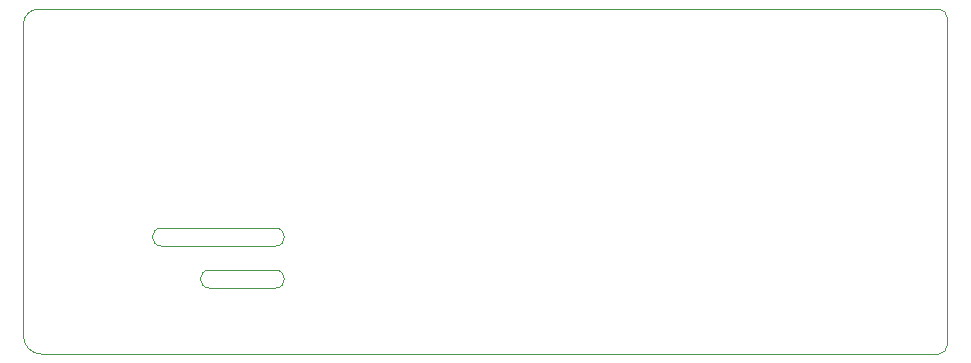
<source format=gm1>
G04 #@! TF.GenerationSoftware,KiCad,Pcbnew,(5.1.6-0)*
G04 #@! TF.CreationDate,2022-02-03T18:07:08-05:00*
G04 #@! TF.ProjectId,HPF_test_01,4850465f-7465-4737-945f-30312e6b6963,rev?*
G04 #@! TF.SameCoordinates,Original*
G04 #@! TF.FileFunction,Profile,NP*
%FSLAX46Y46*%
G04 Gerber Fmt 4.6, Leading zero omitted, Abs format (unit mm)*
G04 Created by KiCad (PCBNEW (5.1.6-0)) date 2022-02-03 18:07:08*
%MOMM*%
%LPD*%
G01*
G04 APERTURE LIST*
G04 #@! TA.AperFunction,Profile*
%ADD10C,0.050000*%
G04 #@! TD*
G04 APERTURE END LIST*
D10*
X117602000Y-98044000D02*
X112014000Y-98044000D01*
X112014000Y-96520000D02*
X117602000Y-96520000D01*
X117602000Y-96520000D02*
G75*
G02*
X117602000Y-98044000I0J-762000D01*
G01*
X112014000Y-98044000D02*
G75*
G02*
X112014000Y-96520000I0J762000D01*
G01*
X117602000Y-92964000D02*
G75*
G02*
X117602000Y-94488000I0J-762000D01*
G01*
X107950000Y-94488000D02*
G75*
G02*
X107950000Y-92964000I0J762000D01*
G01*
X117602000Y-94488000D02*
X107950000Y-94488000D01*
X107950000Y-92964000D02*
X117602000Y-92964000D01*
X96266000Y-75692000D02*
G75*
G02*
X97536000Y-74422000I1270000J0D01*
G01*
X97790000Y-103632000D02*
G75*
G02*
X96266000Y-102108000I0J1524000D01*
G01*
X173736000Y-74422000D02*
G75*
G02*
X174498000Y-75184000I0J-762000D01*
G01*
X174498000Y-102870000D02*
G75*
G02*
X173736000Y-103632000I-762000J0D01*
G01*
X96266000Y-75692000D02*
X96266000Y-102108000D01*
X174498000Y-75184000D02*
X174498000Y-102870000D01*
X97536000Y-74422000D02*
X173736000Y-74422000D01*
X173736000Y-103632000D02*
X97790000Y-103632000D01*
M02*

</source>
